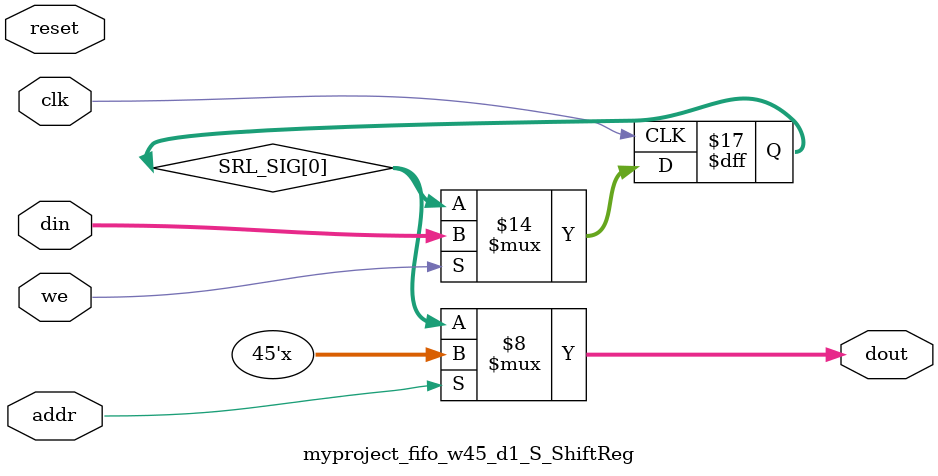
<source format=v>

`timescale 1 ns / 1 ps


module myproject_fifo_w45_d1_S
#(parameter
    MEM_STYLE   = "shiftReg",
    DATA_WIDTH  = 45,
    ADDR_WIDTH  = 1,
    DEPTH       = 1)
(
    // system signal
    input  wire                  clk,
    input  wire                  reset,

    // write
    output wire                  if_full_n,
    input  wire                  if_write_ce,
    input  wire                  if_write,
    input  wire [DATA_WIDTH-1:0] if_din,
    
    // read 
    output wire [ADDR_WIDTH:0]   if_num_data_valid, // for FRP
    output wire [ADDR_WIDTH:0]   if_fifo_cap,       // for FRP
    output wire                  if_empty_n,
    input  wire                  if_read_ce,
    input  wire                  if_read,
    output wire [DATA_WIDTH-1:0] if_dout
);
//------------------------Parameter----------------------

//------------------------Local signal-------------------
    wire [ADDR_WIDTH-1:0]     addr;
    wire                      push;
    wire                      pop;
    reg signed [ADDR_WIDTH:0] mOutPtr;
    reg                       empty_n = 1'b0;
    reg                       full_n  = 1'b1;
    // with almost full?  no 
    // has output register?  no 
//------------------------Instantiation------------------
    myproject_fifo_w45_d1_S_ShiftReg 
    #(  .DATA_WIDTH (DATA_WIDTH),
        .ADDR_WIDTH (ADDR_WIDTH),
        .DEPTH      (DEPTH))
    U_myproject_fifo_w45_d1_S_ShiftReg (
        .clk        (clk),
        .reset      (reset),
        .we         (push),
        .addr       (addr),
        .din        (if_din),
        .dout       (if_dout)
    );
//------------------------Task and function--------------

//------------------------Body---------------------------
    // has num_data_valid ? 
    assign if_num_data_valid = mOutPtr + 1'b1; // yes
    assign if_fifo_cap = DEPTH; // yes  

    // has almost full ? 
    assign if_full_n  = full_n; //no 
    assign push       = full_n & if_write_ce & if_write;

    // has output register? 
    assign if_empty_n = empty_n;  // no
    assign pop        = empty_n & if_read_ce & if_read; // no 

    assign addr       = mOutPtr[ADDR_WIDTH] == 1'b0 ? mOutPtr[ADDR_WIDTH-1:0] : {ADDR_WIDTH{1'b0}};

    // mOutPtr
    always @(posedge clk) begin
        if (reset == 1'b1)
            mOutPtr <= {ADDR_WIDTH+1{1'b1}};
        else if (push & ~pop)
            mOutPtr <= mOutPtr + 1'b1;
        else if (~push & pop)
            mOutPtr <= mOutPtr - 1'b1;
    end

    // full_n
    always @(posedge clk) begin
        if (reset == 1'b1)
            full_n <= 1'b1;
        else if (push & ~pop) begin
            if (mOutPtr == DEPTH - 2)
                full_n <= 1'b0;
        end
        else if (~push & pop)
            full_n <= 1'b1;
    end

    // almost_full_n 

    // empty_n
    always @(posedge clk) begin
        if (reset == 1'b1)
            empty_n <= 1'b0;
        else if (push & ~pop)
            empty_n <= 1'b1;
        else if (~push & pop) begin
            if (mOutPtr == 0)
                empty_n <= 1'b0;
        end
    end
 
    // num_data_valid 

    // dout_vld 

endmodule  


module myproject_fifo_w45_d1_S_ShiftReg
#(parameter
    DATA_WIDTH  = 45,
    ADDR_WIDTH  = 1,
    DEPTH       = 1)
(
    input  wire                  clk,
    input  wire                  reset,
    input  wire                  we,
    input  wire [ADDR_WIDTH-1:0] addr,
    input  wire [DATA_WIDTH-1:0] din,
    //output register? 
    output wire [DATA_WIDTH-1:0] dout // no 
);

    reg [DATA_WIDTH-1:0] SRL_SIG [0:DEPTH-1];
    integer i;

    always @ (posedge clk) begin
        if (we) begin
            for (i=0; i<DEPTH-1; i=i+1)
                SRL_SIG[i+1] <= SRL_SIG[i];
            SRL_SIG[0] <= din;
        end
    end

    //read from SRL, output register? 
    assign dout = SRL_SIG[addr];// no 

endmodule

</source>
